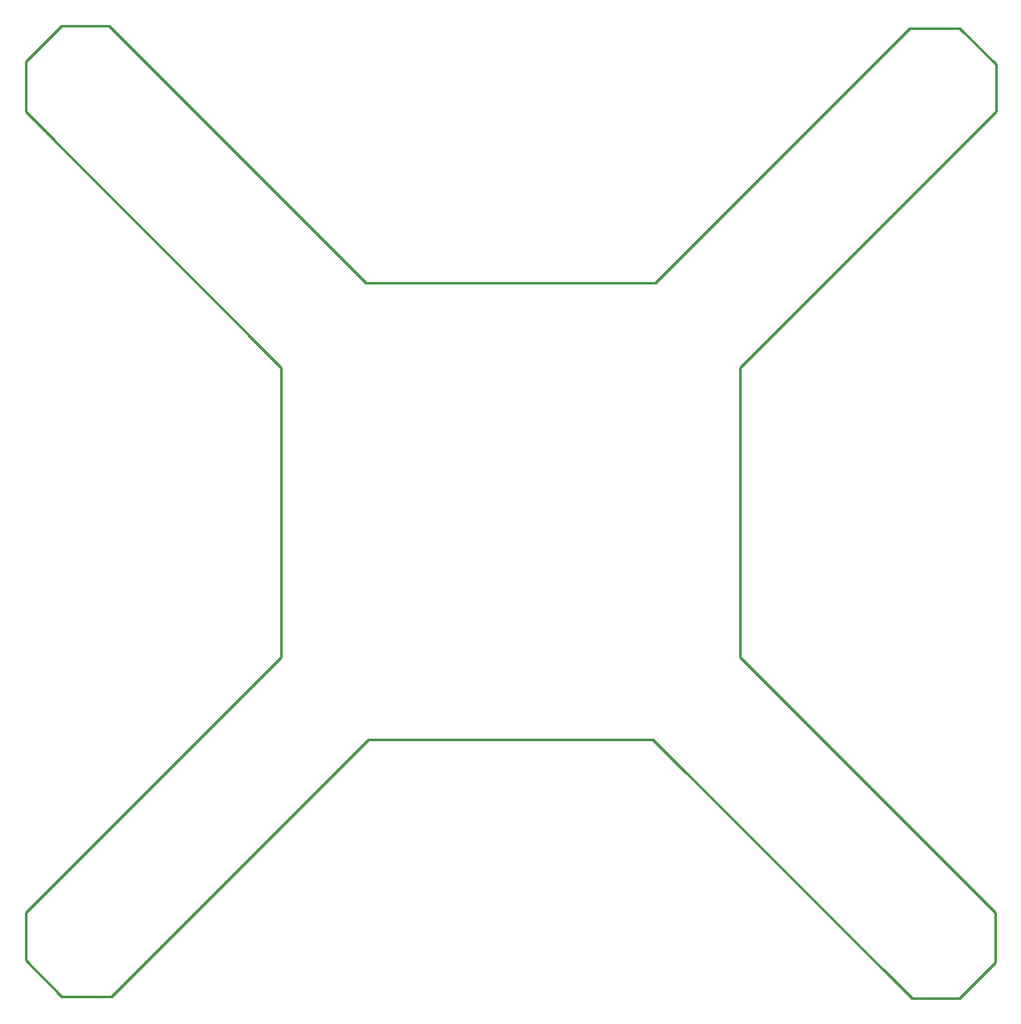
<source format=gko>
%FSLAX25Y25*%
%MOIN*%
G70*
G01*
G75*
G04 Layer_Color=16711935*
%ADD10R,0.05906X0.05118*%
%ADD11R,0.07480X0.02756*%
G04:AMPARAMS|DCode=12|XSize=59.06mil|YSize=51.18mil|CornerRadius=0mil|HoleSize=0mil|Usage=FLASHONLY|Rotation=315.000|XOffset=0mil|YOffset=0mil|HoleType=Round|Shape=Rectangle|*
%AMROTATEDRECTD12*
4,1,4,-0.03897,0.00278,-0.00278,0.03897,0.03897,-0.00278,0.00278,-0.03897,-0.03897,0.00278,0.0*
%
%ADD12ROTATEDRECTD12*%

G04:AMPARAMS|DCode=13|XSize=59.06mil|YSize=51.18mil|CornerRadius=0mil|HoleSize=0mil|Usage=FLASHONLY|Rotation=225.000|XOffset=0mil|YOffset=0mil|HoleType=Round|Shape=Rectangle|*
%AMROTATEDRECTD13*
4,1,4,0.00278,0.03897,0.03897,0.00278,-0.00278,-0.03897,-0.03897,-0.00278,0.00278,0.03897,0.0*
%
%ADD13ROTATEDRECTD13*%

%ADD14O,0.08268X0.01181*%
%ADD15O,0.01181X0.08268*%
G04:AMPARAMS|DCode=16|XSize=78.74mil|YSize=47.24mil|CornerRadius=0mil|HoleSize=0mil|Usage=FLASHONLY|Rotation=225.000|XOffset=0mil|YOffset=0mil|HoleType=Round|Shape=Rectangle|*
%AMROTATEDRECTD16*
4,1,4,0.01114,0.04454,0.04454,0.01114,-0.01114,-0.04454,-0.04454,-0.01114,0.01114,0.04454,0.0*
%
%ADD16ROTATEDRECTD16*%

G04:AMPARAMS|DCode=17|XSize=78.74mil|YSize=47.24mil|CornerRadius=0mil|HoleSize=0mil|Usage=FLASHONLY|Rotation=135.000|XOffset=0mil|YOffset=0mil|HoleType=Round|Shape=Rectangle|*
%AMROTATEDRECTD17*
4,1,4,0.04454,-0.01114,0.01114,-0.04454,-0.04454,0.01114,-0.01114,0.04454,0.04454,-0.01114,0.0*
%
%ADD17ROTATEDRECTD17*%

G04:AMPARAMS|DCode=18|XSize=35.43mil|YSize=37.4mil|CornerRadius=0mil|HoleSize=0mil|Usage=FLASHONLY|Rotation=225.000|XOffset=0mil|YOffset=0mil|HoleType=Round|Shape=Rectangle|*
%AMROTATEDRECTD18*
4,1,4,-0.00070,0.02575,0.02575,-0.00070,0.00070,-0.02575,-0.02575,0.00070,-0.00070,0.02575,0.0*
%
%ADD18ROTATEDRECTD18*%

G04:AMPARAMS|DCode=19|XSize=35.43mil|YSize=37.4mil|CornerRadius=0mil|HoleSize=0mil|Usage=FLASHONLY|Rotation=225.000|XOffset=0mil|YOffset=0mil|HoleType=Round|Shape=Rectangle|*
%AMROTATEDRECTD19*
4,1,4,-0.00070,0.02575,0.02575,-0.00070,0.00070,-0.02575,-0.02575,0.00070,-0.00070,0.02575,0.0*
%
%ADD19ROTATEDRECTD19*%

G04:AMPARAMS|DCode=20|XSize=35.43mil|YSize=37.4mil|CornerRadius=0mil|HoleSize=0mil|Usage=FLASHONLY|Rotation=315.000|XOffset=0mil|YOffset=0mil|HoleType=Round|Shape=Rectangle|*
%AMROTATEDRECTD20*
4,1,4,-0.02575,-0.00070,0.00070,0.02575,0.02575,0.00070,-0.00070,-0.02575,-0.02575,-0.00070,0.0*
%
%ADD20ROTATEDRECTD20*%

G04:AMPARAMS|DCode=21|XSize=35.43mil|YSize=37.4mil|CornerRadius=0mil|HoleSize=0mil|Usage=FLASHONLY|Rotation=315.000|XOffset=0mil|YOffset=0mil|HoleType=Round|Shape=Rectangle|*
%AMROTATEDRECTD21*
4,1,4,-0.02575,-0.00070,0.00070,0.02575,0.02575,0.00070,-0.00070,-0.02575,-0.02575,-0.00070,0.0*
%
%ADD21ROTATEDRECTD21*%

%ADD22R,0.03543X0.03740*%
%ADD23R,0.03543X0.03740*%
%ADD24C,0.01063*%
%ADD25C,0.01181*%
%ADD26C,0.02756*%
%ADD27C,0.01969*%
%ADD28C,0.05906*%
%ADD29R,0.05906X0.05906*%
%ADD30R,0.05906X0.05906*%
%ADD31C,0.31496*%
%ADD32C,0.08268*%
%ADD33C,0.01969*%
%ADD34C,0.03150*%
%ADD35R,0.05118X0.05906*%
%ADD36R,0.06000X0.06000*%
%ADD37R,0.01575X0.03937*%
%ADD38R,0.01575X0.03937*%
%ADD39C,0.02362*%
%ADD40C,0.00984*%
%ADD41C,0.01000*%
%ADD42C,0.00787*%
%ADD43R,0.06706X0.05918*%
%ADD44R,0.08280X0.03556*%
G04:AMPARAMS|DCode=45|XSize=67.06mil|YSize=59.18mil|CornerRadius=0mil|HoleSize=0mil|Usage=FLASHONLY|Rotation=315.000|XOffset=0mil|YOffset=0mil|HoleType=Round|Shape=Rectangle|*
%AMROTATEDRECTD45*
4,1,4,-0.04463,0.00278,-0.00278,0.04463,0.04463,-0.00278,0.00278,-0.04463,-0.04463,0.00278,0.0*
%
%ADD45ROTATEDRECTD45*%

G04:AMPARAMS|DCode=46|XSize=67.06mil|YSize=59.18mil|CornerRadius=0mil|HoleSize=0mil|Usage=FLASHONLY|Rotation=225.000|XOffset=0mil|YOffset=0mil|HoleType=Round|Shape=Rectangle|*
%AMROTATEDRECTD46*
4,1,4,0.00278,0.04463,0.04463,0.00278,-0.00278,-0.04463,-0.04463,-0.00278,0.00278,0.04463,0.0*
%
%ADD46ROTATEDRECTD46*%

%ADD47O,0.09068X0.01981*%
%ADD48O,0.01981X0.09068*%
G04:AMPARAMS|DCode=49|XSize=86.74mil|YSize=55.24mil|CornerRadius=0mil|HoleSize=0mil|Usage=FLASHONLY|Rotation=225.000|XOffset=0mil|YOffset=0mil|HoleType=Round|Shape=Rectangle|*
%AMROTATEDRECTD49*
4,1,4,0.01114,0.05020,0.05020,0.01114,-0.01114,-0.05020,-0.05020,-0.01114,0.01114,0.05020,0.0*
%
%ADD49ROTATEDRECTD49*%

G04:AMPARAMS|DCode=50|XSize=86.74mil|YSize=55.24mil|CornerRadius=0mil|HoleSize=0mil|Usage=FLASHONLY|Rotation=135.000|XOffset=0mil|YOffset=0mil|HoleType=Round|Shape=Rectangle|*
%AMROTATEDRECTD50*
4,1,4,0.05020,-0.01114,0.01114,-0.05020,-0.05020,0.01114,-0.01114,0.05020,0.05020,-0.01114,0.0*
%
%ADD50ROTATEDRECTD50*%

G04:AMPARAMS|DCode=51|XSize=43.43mil|YSize=45.4mil|CornerRadius=0mil|HoleSize=0mil|Usage=FLASHONLY|Rotation=225.000|XOffset=0mil|YOffset=0mil|HoleType=Round|Shape=Rectangle|*
%AMROTATEDRECTD51*
4,1,4,-0.00070,0.03141,0.03141,-0.00070,0.00070,-0.03141,-0.03141,0.00070,-0.00070,0.03141,0.0*
%
%ADD51ROTATEDRECTD51*%

G04:AMPARAMS|DCode=52|XSize=43.43mil|YSize=45.4mil|CornerRadius=0mil|HoleSize=0mil|Usage=FLASHONLY|Rotation=225.000|XOffset=0mil|YOffset=0mil|HoleType=Round|Shape=Rectangle|*
%AMROTATEDRECTD52*
4,1,4,-0.00070,0.03141,0.03141,-0.00070,0.00070,-0.03141,-0.03141,0.00070,-0.00070,0.03141,0.0*
%
%ADD52ROTATEDRECTD52*%

G04:AMPARAMS|DCode=53|XSize=43.43mil|YSize=45.4mil|CornerRadius=0mil|HoleSize=0mil|Usage=FLASHONLY|Rotation=315.000|XOffset=0mil|YOffset=0mil|HoleType=Round|Shape=Rectangle|*
%AMROTATEDRECTD53*
4,1,4,-0.03141,-0.00070,0.00070,0.03141,0.03141,0.00070,-0.00070,-0.03141,-0.03141,-0.00070,0.0*
%
%ADD53ROTATEDRECTD53*%

G04:AMPARAMS|DCode=54|XSize=43.43mil|YSize=45.4mil|CornerRadius=0mil|HoleSize=0mil|Usage=FLASHONLY|Rotation=315.000|XOffset=0mil|YOffset=0mil|HoleType=Round|Shape=Rectangle|*
%AMROTATEDRECTD54*
4,1,4,-0.03141,-0.00070,0.00070,0.03141,0.03141,0.00070,-0.00070,-0.03141,-0.03141,-0.00070,0.0*
%
%ADD54ROTATEDRECTD54*%

%ADD55R,0.04343X0.04540*%
%ADD56R,0.04343X0.04540*%
%ADD57C,0.06706*%
%ADD58R,0.06706X0.06706*%
%ADD59R,0.06706X0.06706*%
%ADD60C,0.32296*%
%ADD61C,0.09068*%
%ADD62C,0.02769*%
%ADD63C,0.03950*%
%ADD64R,0.05918X0.06706*%
%ADD65R,0.06800X0.06800*%
%ADD66R,0.02375X0.04737*%
%ADD67R,0.02375X0.04737*%
%ADD68C,0.00394*%
D41*
X319500Y899000D02*
X435500D01*
X469500Y749000D02*
Y865000D01*
X320500Y716000D02*
X434500D01*
X571818Y626682D02*
Y646682D01*
X469500Y749000D02*
X571818Y646682D01*
X557318Y612182D02*
X571818Y626682D01*
X197500Y613000D02*
X217500D01*
X320500Y716000D01*
X183000Y627500D02*
X197500Y613000D01*
X183000Y627500D02*
Y646500D01*
X285500Y749000D01*
X183000Y967500D02*
Y987500D01*
Y967500D02*
X285500Y865000D01*
X183000Y987500D02*
X197500Y1002000D01*
X469500Y865000D02*
X572000Y967500D01*
Y986500D01*
X557500Y1001000D02*
X572000Y986500D01*
X435500Y899000D02*
X537500Y1001000D01*
X557500D01*
X183000Y987500D02*
X183500D01*
X434500Y716000D02*
X538250Y612250D01*
X538318Y612182D02*
X557318D01*
X285500Y749000D02*
Y865000D01*
X216500Y1002000D02*
X319500Y899000D01*
X197500Y1002000D02*
X216500D01*
M02*

</source>
